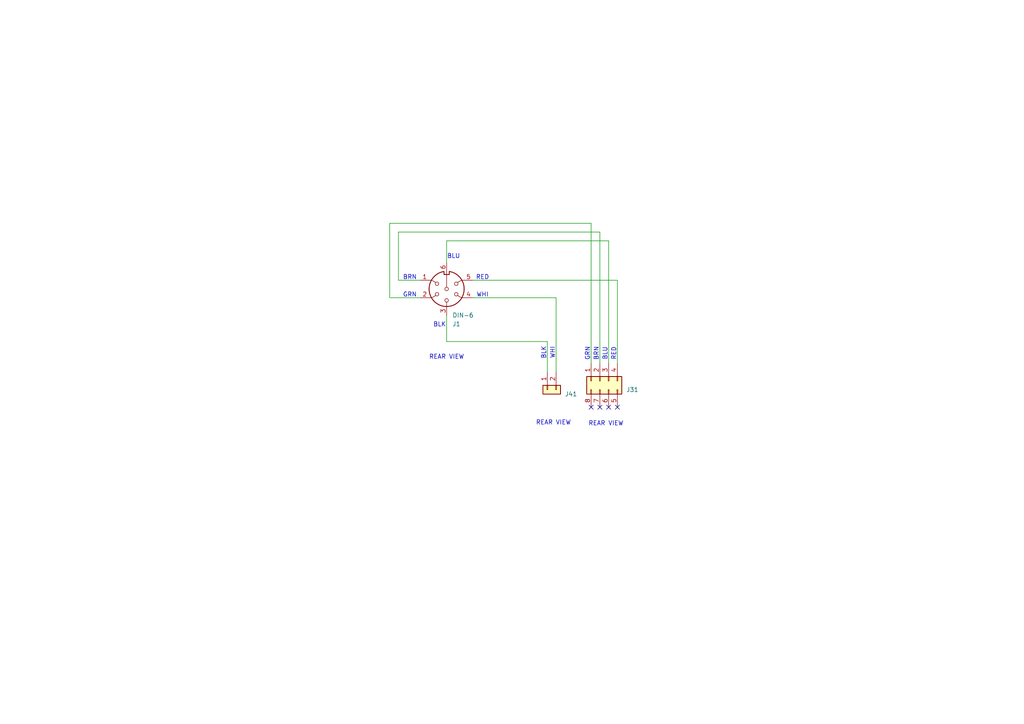
<source format=kicad_sch>
(kicad_sch (version 20231120) (generator "eeschema") (generator_version "8.0")
  (paper "A4")
  (title_block (title "Cosed Loop Battery Charger Chassis Coil Connector") (date "2025-01-15") (rev "A") (company "Cosmiic"))
  (lib_symbols
    (symbol "Connector:DIN-6" (pin_names (offset 1.016))
      (property "Reference" "J" (at 3.175 5.715 0))
      (property "Value" "DIN-6" (at 4.445 -4.445 0))
      (symbol "DIN-6_0_1"
        (arc (start -5.08 0) (mid -3.8609 -3.3364) (end -0.762 -5.08) (stroke (width 0.254)))
        (circle (center -2.794 -1.524) (radius 0.508))
        (circle (center -2.794 1.524) (radius 0.508))
        (polyline (pts (xy 0 -5.08) (xy 0 -0.508)))
        (polyline (pts (xy 0 5.08) (xy 0 3.81)))
        (polyline (pts (xy -5.08 -2.54) (xy -4.318 -2.54) (xy -3.175 -1.905)))
        (polyline (pts (xy -5.08 2.54) (xy -4.318 2.54) (xy -3.175 1.905)))
        (polyline (pts (xy 5.08 -2.54) (xy 4.318 -2.54) (xy 3.175 -1.905)))
        (polyline (pts (xy 5.08 2.54) (xy 4.318 2.54) (xy 3.175 1.905)))
        (polyline (pts (xy -0.762 -4.953) (xy -0.762 -4.191) (xy 0.762 -4.191) (xy 0.762 -4.953)) (stroke (width 0.254)))
        (circle (center 0 0) (radius 0.508))
        (circle (center 0 3.302) (radius 0.508))
        (arc (start 0.762 -5.08) (mid 3.8685 -3.343) (end 5.08 0) (stroke (width 0.254)))
        (circle (center 2.794 -1.524) (radius 0.508))
        (circle (center 2.794 1.524) (radius 0.508))
        (arc (start 5.08 0) (mid 0 5.0579) (end -5.08 0) (stroke (width 0.254)))
      )
      (symbol "DIN-6_1_1"
        (pin passive line (at -7.62 -2.54 0) (length 2.54) (name "~") (number "1"))
        (pin passive line (at -7.62 2.54 0) (length 2.54) (name "~") (number "2"))
        (pin passive line (at 0 7.62 270) (length 2.54) (name "~") (number "3"))
        (pin passive line (at 7.62 2.54 180) (length 2.54) (name "~") (number "4"))
        (pin passive line (at 7.62 -2.54 180) (length 2.54) (name "~") (number "5"))
        (pin passive line (at 0 -7.62 90) (length 2.54) (name "~") (number "6"))
      )
    )
    (symbol "Connector_Generic:Conn_01x02" (pin_names (offset 1.016) hide)
      (property "Reference" "J" (at 0 2.54 0))
      (property "Value" "Conn_01x02" (at 0 -5.08 0))
      (symbol "Conn_01x02_1_1"
        (rectangle (start -1.27 -2.413) (end 0 -2.667) (stroke (width 0.1524)))
        (rectangle (start -1.27 0.127) (end 0 -0.127) (stroke (width 0.1524)))
        (rectangle (start -1.27 1.27) (end 1.27 -3.81) (stroke (width 0.254)) (fill (type background)))
        (pin passive line (at -5.08 0 0) (length 3.81) (name "Pin_1") (number "1"))
        (pin passive line (at -5.08 -2.54 0) (length 3.81) (name "Pin_2") (number "2"))
      )
    )
    (symbol "Connector_Generic:Conn_02x04_Counter_Clockwise" (pin_names (offset 1.016) hide)
      (property "Reference" "J" (at 1.27 5.08 0))
      (property "Value" "Conn_02x04_Counter_Clockwise" (at 1.27 -7.62 0))
      (symbol "Conn_02x04_Counter_Clockwise_1_1"
        (rectangle (start -1.27 -4.953) (end 0 -5.207) (stroke (width 0.1524)))
        (rectangle (start -1.27 -2.413) (end 0 -2.667) (stroke (width 0.1524)))
        (rectangle (start -1.27 0.127) (end 0 -0.127) (stroke (width 0.1524)))
        (rectangle (start -1.27 2.667) (end 0 2.413) (stroke (width 0.1524)))
        (rectangle (start -1.27 3.81) (end 3.81 -6.35) (stroke (width 0.254)) (fill (type background)))
        (rectangle (start 3.81 -4.953) (end 2.54 -5.207) (stroke (width 0.1524)))
        (rectangle (start 3.81 -2.413) (end 2.54 -2.667) (stroke (width 0.1524)))
        (rectangle (start 3.81 0.127) (end 2.54 -0.127) (stroke (width 0.1524)))
        (rectangle (start 3.81 2.667) (end 2.54 2.413) (stroke (width 0.1524)))
        (pin passive line (at -5.08 2.54 0) (length 3.81) (name "Pin_1") (number "1"))
        (pin passive line (at -5.08 0 0) (length 3.81) (name "Pin_2") (number "2"))
        (pin passive line (at -5.08 -2.54 0) (length 3.81) (name "Pin_3") (number "3"))
        (pin passive line (at -5.08 -5.08 0) (length 3.81) (name "Pin_4") (number "4"))
        (pin passive line (at 7.62 -5.08 180) (length 3.81) (name "Pin_5") (number "5"))
        (pin passive line (at 7.62 -2.54 180) (length 3.81) (name "Pin_6") (number "6"))
        (pin passive line (at 7.62 0 180) (length 3.81) (name "Pin_7") (number "7"))
        (pin passive line (at 7.62 2.54 180) (length 3.81) (name "Pin_8") (number "8"))
      )
    )
  )
  (no_connect (at 179.07 118.11))
  (no_connect (at 171.45 118.11))
  (no_connect (at 173.99 118.11))
  (no_connect (at 176.53 118.11))
  (wire (pts (xy 113.03 86.36) (xy 121.92 86.36)))
  (wire (pts (xy 137.16 86.36) (xy 161.29 86.36)))
  (wire (pts (xy 113.03 64.77) (xy 171.45 64.77)))
  (wire (pts (xy 176.53 69.85) (xy 176.53 105.41)))
  (wire (pts (xy 115.57 67.31) (xy 173.99 67.31)))
  (wire (pts (xy 129.54 99.06) (xy 158.75 99.06)))
  (wire (pts (xy 161.29 86.36) (xy 161.29 107.95)))
  (wire (pts (xy 173.99 67.31) (xy 173.99 105.41)))
  (wire (pts (xy 179.07 81.28) (xy 179.07 105.41)))
  (wire (pts (xy 129.54 91.44) (xy 129.54 99.06)))
  (wire (pts (xy 171.45 64.77) (xy 171.45 105.41)))
  (wire (pts (xy 129.54 69.85) (xy 129.54 76.2)))
  (wire (pts (xy 129.54 69.85) (xy 176.53 69.85)))
  (wire (pts (xy 158.75 99.06) (xy 158.75 107.95)))
  (wire (pts (xy 137.16 81.28) (xy 179.07 81.28)))
  (wire (pts (xy 115.57 81.28) (xy 115.57 67.31)))
  (wire (pts (xy 115.57 81.28) (xy 121.92 81.28)))
  (wire (pts (xy 113.03 86.36) (xy 113.03 64.77)))
  (text "BLU" (at 175.514 102.616 90) (effects (font (size 1.27 1.27))))
  (text "BLU" (at 131.572 74.422 0) (effects (font (size 1.27 1.27))))
  (text "BLK" (at 127.508 94.234 0) (effects (font (size 1.27 1.27))))
  (text "RED" (at 178.054 102.616 90) (effects (font (size 1.27 1.27))))
  (text "REAR VIEW" (at 160.528 122.682 0) (effects (font (size 1.27 1.27))))
  (text "WHI" (at 139.954 85.598 0) (effects (font (size 1.27 1.27))))
  (text "REAR VIEW" (at 175.768 122.936 0) (effects (font (size 1.27 1.27))))
  (text "WHI" (at 160.274 102.362 90) (effects (font (size 1.27 1.27))))
  (text "REAR VIEW" (at 129.54 103.632 0) (effects (font (size 1.27 1.27))))
  (text "GRN" (at 118.872 85.598 0) (effects (font (size 1.27 1.27))))
  (text "BRN" (at 172.974 102.616 90) (effects (font (size 1.27 1.27))))
  (text "GRN" (at 170.434 102.616 90) (effects (font (size 1.27 1.27))))
  (text "BRN" (at 118.872 80.518 0) (effects (font (size 1.27 1.27))))
  (text "BLK" (at 157.734 102.362 90) (effects (font (size 1.27 1.27))))
  (text "RED" (at 139.954 80.518 0) (effects (font (size 1.27 1.27))))
  (symbol (lib_id "Connector:DIN-6") (at 129.54 83.82 0) (mirror x) (unit 1)
    (property "Reference" "J1" (at 131.1911 93.98 0) (effects (justify left)))
    (property "Value" "DIN-6" (at 131.1911 91.44 0) (effects (justify left)))
    (property "Datasheet" "http://www.mouser.com/ds/2/18/40_c091_abd_e-75918.pdf" (effects (hide yes)))
    (property "Description" "6-pin DIN connector" (effects (hide yes)))
  )
  (symbol (lib_id "Connector_Generic:Conn_02x04_Counter_Clockwise") (at 173.99 110.49 90) (mirror x) (unit 1)
    (property "Reference" "J31" (at 181.61 113.0301 90) (effects (justify right)))
    (property "Value" "Conn_02x04_Counter_Clockwise" (effects (hide yes)))
    (property "Description" "Generic connector, double row, 02x04, counter clockwise pin numbering scheme (similar to DIP package numbering), script generated (kicad-library-utils/schlib/autogen/connector/)" (effects (hide yes)))
  )
  (symbol (lib_id "Connector_Generic:Conn_01x02") (at 158.75 113.03 90) (mirror x) (unit 1)
    (property "Reference" "J41" (at 163.83 114.3001 90) (effects (justify right)))
    (property "Value" "Conn_01x02" (effects (hide yes)))
    (property "Description" "Generic connector, single row, 01x02, script generated (kicad-library-utils/schlib/autogen/connector/)" (effects (hide yes)))
  )
)
</source>
